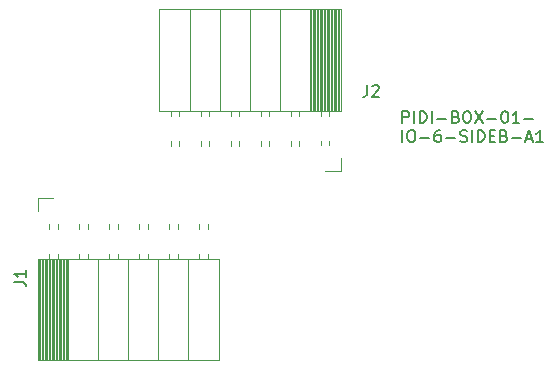
<source format=gbr>
%TF.GenerationSoftware,KiCad,Pcbnew,9.0.6-rc1*%
%TF.CreationDate,2025-10-18T13:39:51+01:00*%
%TF.ProjectId,PIDI-BOX-01-IO-6-SIDEB-A1,50494449-2d42-44f5-982d-30312d494f2d,rev?*%
%TF.SameCoordinates,Original*%
%TF.FileFunction,Legend,Top*%
%TF.FilePolarity,Positive*%
%FSLAX46Y46*%
G04 Gerber Fmt 4.6, Leading zero omitted, Abs format (unit mm)*
G04 Created by KiCad (PCBNEW 9.0.6-rc1) date 2025-10-18 13:39:51*
%MOMM*%
%LPD*%
G01*
G04 APERTURE LIST*
%ADD10C,0.200000*%
%ADD11C,0.150000*%
%ADD12C,0.120000*%
G04 APERTURE END LIST*
D10*
X134227673Y-88528875D02*
X134227673Y-87528875D01*
X134227673Y-87528875D02*
X134608625Y-87528875D01*
X134608625Y-87528875D02*
X134703863Y-87576494D01*
X134703863Y-87576494D02*
X134751482Y-87624113D01*
X134751482Y-87624113D02*
X134799101Y-87719351D01*
X134799101Y-87719351D02*
X134799101Y-87862208D01*
X134799101Y-87862208D02*
X134751482Y-87957446D01*
X134751482Y-87957446D02*
X134703863Y-88005065D01*
X134703863Y-88005065D02*
X134608625Y-88052684D01*
X134608625Y-88052684D02*
X134227673Y-88052684D01*
X135227673Y-88528875D02*
X135227673Y-87528875D01*
X135703863Y-88528875D02*
X135703863Y-87528875D01*
X135703863Y-87528875D02*
X135941958Y-87528875D01*
X135941958Y-87528875D02*
X136084815Y-87576494D01*
X136084815Y-87576494D02*
X136180053Y-87671732D01*
X136180053Y-87671732D02*
X136227672Y-87766970D01*
X136227672Y-87766970D02*
X136275291Y-87957446D01*
X136275291Y-87957446D02*
X136275291Y-88100303D01*
X136275291Y-88100303D02*
X136227672Y-88290779D01*
X136227672Y-88290779D02*
X136180053Y-88386017D01*
X136180053Y-88386017D02*
X136084815Y-88481256D01*
X136084815Y-88481256D02*
X135941958Y-88528875D01*
X135941958Y-88528875D02*
X135703863Y-88528875D01*
X136703863Y-88528875D02*
X136703863Y-87528875D01*
X137180053Y-88147922D02*
X137941958Y-88147922D01*
X138751481Y-88005065D02*
X138894338Y-88052684D01*
X138894338Y-88052684D02*
X138941957Y-88100303D01*
X138941957Y-88100303D02*
X138989576Y-88195541D01*
X138989576Y-88195541D02*
X138989576Y-88338398D01*
X138989576Y-88338398D02*
X138941957Y-88433636D01*
X138941957Y-88433636D02*
X138894338Y-88481256D01*
X138894338Y-88481256D02*
X138799100Y-88528875D01*
X138799100Y-88528875D02*
X138418148Y-88528875D01*
X138418148Y-88528875D02*
X138418148Y-87528875D01*
X138418148Y-87528875D02*
X138751481Y-87528875D01*
X138751481Y-87528875D02*
X138846719Y-87576494D01*
X138846719Y-87576494D02*
X138894338Y-87624113D01*
X138894338Y-87624113D02*
X138941957Y-87719351D01*
X138941957Y-87719351D02*
X138941957Y-87814589D01*
X138941957Y-87814589D02*
X138894338Y-87909827D01*
X138894338Y-87909827D02*
X138846719Y-87957446D01*
X138846719Y-87957446D02*
X138751481Y-88005065D01*
X138751481Y-88005065D02*
X138418148Y-88005065D01*
X139608624Y-87528875D02*
X139799100Y-87528875D01*
X139799100Y-87528875D02*
X139894338Y-87576494D01*
X139894338Y-87576494D02*
X139989576Y-87671732D01*
X139989576Y-87671732D02*
X140037195Y-87862208D01*
X140037195Y-87862208D02*
X140037195Y-88195541D01*
X140037195Y-88195541D02*
X139989576Y-88386017D01*
X139989576Y-88386017D02*
X139894338Y-88481256D01*
X139894338Y-88481256D02*
X139799100Y-88528875D01*
X139799100Y-88528875D02*
X139608624Y-88528875D01*
X139608624Y-88528875D02*
X139513386Y-88481256D01*
X139513386Y-88481256D02*
X139418148Y-88386017D01*
X139418148Y-88386017D02*
X139370529Y-88195541D01*
X139370529Y-88195541D02*
X139370529Y-87862208D01*
X139370529Y-87862208D02*
X139418148Y-87671732D01*
X139418148Y-87671732D02*
X139513386Y-87576494D01*
X139513386Y-87576494D02*
X139608624Y-87528875D01*
X140370529Y-87528875D02*
X141037195Y-88528875D01*
X141037195Y-87528875D02*
X140370529Y-88528875D01*
X141418148Y-88147922D02*
X142180053Y-88147922D01*
X142846719Y-87528875D02*
X142941957Y-87528875D01*
X142941957Y-87528875D02*
X143037195Y-87576494D01*
X143037195Y-87576494D02*
X143084814Y-87624113D01*
X143084814Y-87624113D02*
X143132433Y-87719351D01*
X143132433Y-87719351D02*
X143180052Y-87909827D01*
X143180052Y-87909827D02*
X143180052Y-88147922D01*
X143180052Y-88147922D02*
X143132433Y-88338398D01*
X143132433Y-88338398D02*
X143084814Y-88433636D01*
X143084814Y-88433636D02*
X143037195Y-88481256D01*
X143037195Y-88481256D02*
X142941957Y-88528875D01*
X142941957Y-88528875D02*
X142846719Y-88528875D01*
X142846719Y-88528875D02*
X142751481Y-88481256D01*
X142751481Y-88481256D02*
X142703862Y-88433636D01*
X142703862Y-88433636D02*
X142656243Y-88338398D01*
X142656243Y-88338398D02*
X142608624Y-88147922D01*
X142608624Y-88147922D02*
X142608624Y-87909827D01*
X142608624Y-87909827D02*
X142656243Y-87719351D01*
X142656243Y-87719351D02*
X142703862Y-87624113D01*
X142703862Y-87624113D02*
X142751481Y-87576494D01*
X142751481Y-87576494D02*
X142846719Y-87528875D01*
X144132433Y-88528875D02*
X143561005Y-88528875D01*
X143846719Y-88528875D02*
X143846719Y-87528875D01*
X143846719Y-87528875D02*
X143751481Y-87671732D01*
X143751481Y-87671732D02*
X143656243Y-87766970D01*
X143656243Y-87766970D02*
X143561005Y-87814589D01*
X144561005Y-88147922D02*
X145322910Y-88147922D01*
X134227673Y-90138819D02*
X134227673Y-89138819D01*
X134894339Y-89138819D02*
X135084815Y-89138819D01*
X135084815Y-89138819D02*
X135180053Y-89186438D01*
X135180053Y-89186438D02*
X135275291Y-89281676D01*
X135275291Y-89281676D02*
X135322910Y-89472152D01*
X135322910Y-89472152D02*
X135322910Y-89805485D01*
X135322910Y-89805485D02*
X135275291Y-89995961D01*
X135275291Y-89995961D02*
X135180053Y-90091200D01*
X135180053Y-90091200D02*
X135084815Y-90138819D01*
X135084815Y-90138819D02*
X134894339Y-90138819D01*
X134894339Y-90138819D02*
X134799101Y-90091200D01*
X134799101Y-90091200D02*
X134703863Y-89995961D01*
X134703863Y-89995961D02*
X134656244Y-89805485D01*
X134656244Y-89805485D02*
X134656244Y-89472152D01*
X134656244Y-89472152D02*
X134703863Y-89281676D01*
X134703863Y-89281676D02*
X134799101Y-89186438D01*
X134799101Y-89186438D02*
X134894339Y-89138819D01*
X135751482Y-89757866D02*
X136513387Y-89757866D01*
X137418148Y-89138819D02*
X137227672Y-89138819D01*
X137227672Y-89138819D02*
X137132434Y-89186438D01*
X137132434Y-89186438D02*
X137084815Y-89234057D01*
X137084815Y-89234057D02*
X136989577Y-89376914D01*
X136989577Y-89376914D02*
X136941958Y-89567390D01*
X136941958Y-89567390D02*
X136941958Y-89948342D01*
X136941958Y-89948342D02*
X136989577Y-90043580D01*
X136989577Y-90043580D02*
X137037196Y-90091200D01*
X137037196Y-90091200D02*
X137132434Y-90138819D01*
X137132434Y-90138819D02*
X137322910Y-90138819D01*
X137322910Y-90138819D02*
X137418148Y-90091200D01*
X137418148Y-90091200D02*
X137465767Y-90043580D01*
X137465767Y-90043580D02*
X137513386Y-89948342D01*
X137513386Y-89948342D02*
X137513386Y-89710247D01*
X137513386Y-89710247D02*
X137465767Y-89615009D01*
X137465767Y-89615009D02*
X137418148Y-89567390D01*
X137418148Y-89567390D02*
X137322910Y-89519771D01*
X137322910Y-89519771D02*
X137132434Y-89519771D01*
X137132434Y-89519771D02*
X137037196Y-89567390D01*
X137037196Y-89567390D02*
X136989577Y-89615009D01*
X136989577Y-89615009D02*
X136941958Y-89710247D01*
X137941958Y-89757866D02*
X138703863Y-89757866D01*
X139132434Y-90091200D02*
X139275291Y-90138819D01*
X139275291Y-90138819D02*
X139513386Y-90138819D01*
X139513386Y-90138819D02*
X139608624Y-90091200D01*
X139608624Y-90091200D02*
X139656243Y-90043580D01*
X139656243Y-90043580D02*
X139703862Y-89948342D01*
X139703862Y-89948342D02*
X139703862Y-89853104D01*
X139703862Y-89853104D02*
X139656243Y-89757866D01*
X139656243Y-89757866D02*
X139608624Y-89710247D01*
X139608624Y-89710247D02*
X139513386Y-89662628D01*
X139513386Y-89662628D02*
X139322910Y-89615009D01*
X139322910Y-89615009D02*
X139227672Y-89567390D01*
X139227672Y-89567390D02*
X139180053Y-89519771D01*
X139180053Y-89519771D02*
X139132434Y-89424533D01*
X139132434Y-89424533D02*
X139132434Y-89329295D01*
X139132434Y-89329295D02*
X139180053Y-89234057D01*
X139180053Y-89234057D02*
X139227672Y-89186438D01*
X139227672Y-89186438D02*
X139322910Y-89138819D01*
X139322910Y-89138819D02*
X139561005Y-89138819D01*
X139561005Y-89138819D02*
X139703862Y-89186438D01*
X140132434Y-90138819D02*
X140132434Y-89138819D01*
X140608624Y-90138819D02*
X140608624Y-89138819D01*
X140608624Y-89138819D02*
X140846719Y-89138819D01*
X140846719Y-89138819D02*
X140989576Y-89186438D01*
X140989576Y-89186438D02*
X141084814Y-89281676D01*
X141084814Y-89281676D02*
X141132433Y-89376914D01*
X141132433Y-89376914D02*
X141180052Y-89567390D01*
X141180052Y-89567390D02*
X141180052Y-89710247D01*
X141180052Y-89710247D02*
X141132433Y-89900723D01*
X141132433Y-89900723D02*
X141084814Y-89995961D01*
X141084814Y-89995961D02*
X140989576Y-90091200D01*
X140989576Y-90091200D02*
X140846719Y-90138819D01*
X140846719Y-90138819D02*
X140608624Y-90138819D01*
X141608624Y-89615009D02*
X141941957Y-89615009D01*
X142084814Y-90138819D02*
X141608624Y-90138819D01*
X141608624Y-90138819D02*
X141608624Y-89138819D01*
X141608624Y-89138819D02*
X142084814Y-89138819D01*
X142846719Y-89615009D02*
X142989576Y-89662628D01*
X142989576Y-89662628D02*
X143037195Y-89710247D01*
X143037195Y-89710247D02*
X143084814Y-89805485D01*
X143084814Y-89805485D02*
X143084814Y-89948342D01*
X143084814Y-89948342D02*
X143037195Y-90043580D01*
X143037195Y-90043580D02*
X142989576Y-90091200D01*
X142989576Y-90091200D02*
X142894338Y-90138819D01*
X142894338Y-90138819D02*
X142513386Y-90138819D01*
X142513386Y-90138819D02*
X142513386Y-89138819D01*
X142513386Y-89138819D02*
X142846719Y-89138819D01*
X142846719Y-89138819D02*
X142941957Y-89186438D01*
X142941957Y-89186438D02*
X142989576Y-89234057D01*
X142989576Y-89234057D02*
X143037195Y-89329295D01*
X143037195Y-89329295D02*
X143037195Y-89424533D01*
X143037195Y-89424533D02*
X142989576Y-89519771D01*
X142989576Y-89519771D02*
X142941957Y-89567390D01*
X142941957Y-89567390D02*
X142846719Y-89615009D01*
X142846719Y-89615009D02*
X142513386Y-89615009D01*
X143513386Y-89757866D02*
X144275291Y-89757866D01*
X144703862Y-89853104D02*
X145180052Y-89853104D01*
X144608624Y-90138819D02*
X144941957Y-89138819D01*
X144941957Y-89138819D02*
X145275290Y-90138819D01*
X146132433Y-90138819D02*
X145561005Y-90138819D01*
X145846719Y-90138819D02*
X145846719Y-89138819D01*
X145846719Y-89138819D02*
X145751481Y-89281676D01*
X145751481Y-89281676D02*
X145656243Y-89376914D01*
X145656243Y-89376914D02*
X145561005Y-89424533D01*
D11*
X101357819Y-101983333D02*
X102072104Y-101983333D01*
X102072104Y-101983333D02*
X102214961Y-102030952D01*
X102214961Y-102030952D02*
X102310200Y-102126190D01*
X102310200Y-102126190D02*
X102357819Y-102269047D01*
X102357819Y-102269047D02*
X102357819Y-102364285D01*
X102357819Y-100983333D02*
X102357819Y-101554761D01*
X102357819Y-101269047D02*
X101357819Y-101269047D01*
X101357819Y-101269047D02*
X101500676Y-101364285D01*
X101500676Y-101364285D02*
X101595914Y-101459523D01*
X101595914Y-101459523D02*
X101643533Y-101554761D01*
X131238666Y-85304819D02*
X131238666Y-86019104D01*
X131238666Y-86019104D02*
X131191047Y-86161961D01*
X131191047Y-86161961D02*
X131095809Y-86257200D01*
X131095809Y-86257200D02*
X130952952Y-86304819D01*
X130952952Y-86304819D02*
X130857714Y-86304819D01*
X131667238Y-85400057D02*
X131714857Y-85352438D01*
X131714857Y-85352438D02*
X131810095Y-85304819D01*
X131810095Y-85304819D02*
X132048190Y-85304819D01*
X132048190Y-85304819D02*
X132143428Y-85352438D01*
X132143428Y-85352438D02*
X132191047Y-85400057D01*
X132191047Y-85400057D02*
X132238666Y-85495295D01*
X132238666Y-85495295D02*
X132238666Y-85590533D01*
X132238666Y-85590533D02*
X132191047Y-85733390D01*
X132191047Y-85733390D02*
X131619619Y-86304819D01*
X131619619Y-86304819D02*
X132238666Y-86304819D01*
D12*
%TO.C,J1*%
X118703000Y-108630000D02*
X118703000Y-100000000D01*
X117733000Y-100000000D02*
X117733000Y-99590000D01*
X117733000Y-97490000D02*
X117733000Y-97050000D01*
X117013000Y-100000000D02*
X117013000Y-99590000D01*
X117013000Y-97490000D02*
X117013000Y-97050000D01*
X116103000Y-108630000D02*
X116103000Y-100000000D01*
X115193000Y-100000000D02*
X115193000Y-99590000D01*
X115193000Y-97490000D02*
X115193000Y-97050000D01*
X114473000Y-100000000D02*
X114473000Y-99590000D01*
X114473000Y-97490000D02*
X114473000Y-97050000D01*
X113563000Y-108630000D02*
X113563000Y-100000000D01*
X112653000Y-100000000D02*
X112653000Y-99590000D01*
X112653000Y-97490000D02*
X112653000Y-97050000D01*
X111933000Y-100000000D02*
X111933000Y-99590000D01*
X111933000Y-97490000D02*
X111933000Y-97050000D01*
X111023000Y-108630000D02*
X111023000Y-100000000D01*
X110113000Y-100000000D02*
X110113000Y-99590000D01*
X110113000Y-97490000D02*
X110113000Y-97050000D01*
X109393000Y-100000000D02*
X109393000Y-99590000D01*
X109393000Y-97490000D02*
X109393000Y-97050000D01*
X108483000Y-108630000D02*
X108483000Y-100000000D01*
X107573000Y-100000000D02*
X107573000Y-99590000D01*
X107573000Y-97490000D02*
X107573000Y-97050000D01*
X106853000Y-100000000D02*
X106853000Y-99590000D01*
X106853000Y-97490000D02*
X106853000Y-97050000D01*
X105943000Y-108630000D02*
X105943000Y-100000000D01*
X105824900Y-108630000D02*
X105824900Y-100000000D01*
X105706805Y-108630000D02*
X105706805Y-100000000D01*
X105588710Y-108630000D02*
X105588710Y-100000000D01*
X105470615Y-108630000D02*
X105470615Y-100000000D01*
X105352520Y-108630000D02*
X105352520Y-100000000D01*
X105234425Y-108630000D02*
X105234425Y-100000000D01*
X105116330Y-108630000D02*
X105116330Y-100000000D01*
X105033000Y-100000000D02*
X105033000Y-99590000D01*
X105033000Y-97490000D02*
X105033000Y-97110000D01*
X104998235Y-108630000D02*
X104998235Y-100000000D01*
X104880140Y-108630000D02*
X104880140Y-100000000D01*
X104762045Y-108630000D02*
X104762045Y-100000000D01*
X104643950Y-108630000D02*
X104643950Y-100000000D01*
X104525855Y-108630000D02*
X104525855Y-100000000D01*
X104407760Y-108630000D02*
X104407760Y-100000000D01*
X104313000Y-100000000D02*
X104313000Y-99590000D01*
X104313000Y-97490000D02*
X104313000Y-97110000D01*
X104289665Y-108630000D02*
X104289665Y-100000000D01*
X104171570Y-108630000D02*
X104171570Y-100000000D01*
X104053475Y-108630000D02*
X104053475Y-100000000D01*
X103935380Y-108630000D02*
X103935380Y-100000000D01*
X103817285Y-108630000D02*
X103817285Y-100000000D01*
X103699190Y-108630000D02*
X103699190Y-100000000D01*
X103581095Y-108630000D02*
X103581095Y-100000000D01*
X103463000Y-108630000D02*
X103463000Y-100000000D01*
X103343000Y-108630000D02*
X118703000Y-108630000D01*
X103343000Y-108630000D02*
X103343000Y-100000000D01*
X103343000Y-100000000D02*
X118703000Y-100000000D01*
X103343000Y-96000000D02*
X103343000Y-94890000D01*
X103343000Y-94890000D02*
X104673000Y-94890000D01*
%TO.C,J2*%
X113630400Y-78870000D02*
X113630400Y-87500000D01*
X114600400Y-87500000D02*
X114600400Y-87910000D01*
X114600400Y-90010000D02*
X114600400Y-90450000D01*
X115320400Y-87500000D02*
X115320400Y-87910000D01*
X115320400Y-90010000D02*
X115320400Y-90450000D01*
X116230400Y-78870000D02*
X116230400Y-87500000D01*
X117140400Y-87500000D02*
X117140400Y-87910000D01*
X117140400Y-90010000D02*
X117140400Y-90450000D01*
X117860400Y-87500000D02*
X117860400Y-87910000D01*
X117860400Y-90010000D02*
X117860400Y-90450000D01*
X118770400Y-78870000D02*
X118770400Y-87500000D01*
X119680400Y-87500000D02*
X119680400Y-87910000D01*
X119680400Y-90010000D02*
X119680400Y-90450000D01*
X120400400Y-87500000D02*
X120400400Y-87910000D01*
X120400400Y-90010000D02*
X120400400Y-90450000D01*
X121310400Y-78870000D02*
X121310400Y-87500000D01*
X122220400Y-87500000D02*
X122220400Y-87910000D01*
X122220400Y-90010000D02*
X122220400Y-90450000D01*
X122940400Y-87500000D02*
X122940400Y-87910000D01*
X122940400Y-90010000D02*
X122940400Y-90450000D01*
X123850400Y-78870000D02*
X123850400Y-87500000D01*
X124760400Y-87500000D02*
X124760400Y-87910000D01*
X124760400Y-90010000D02*
X124760400Y-90450000D01*
X125480400Y-87500000D02*
X125480400Y-87910000D01*
X125480400Y-90010000D02*
X125480400Y-90450000D01*
X126390400Y-78870000D02*
X126390400Y-87500000D01*
X126508500Y-78870000D02*
X126508500Y-87500000D01*
X126626595Y-78870000D02*
X126626595Y-87500000D01*
X126744690Y-78870000D02*
X126744690Y-87500000D01*
X126862785Y-78870000D02*
X126862785Y-87500000D01*
X126980880Y-78870000D02*
X126980880Y-87500000D01*
X127098975Y-78870000D02*
X127098975Y-87500000D01*
X127217070Y-78870000D02*
X127217070Y-87500000D01*
X127300400Y-87500000D02*
X127300400Y-87910000D01*
X127300400Y-90010000D02*
X127300400Y-90390000D01*
X127335165Y-78870000D02*
X127335165Y-87500000D01*
X127453260Y-78870000D02*
X127453260Y-87500000D01*
X127571355Y-78870000D02*
X127571355Y-87500000D01*
X127689450Y-78870000D02*
X127689450Y-87500000D01*
X127807545Y-78870000D02*
X127807545Y-87500000D01*
X127925640Y-78870000D02*
X127925640Y-87500000D01*
X128020400Y-87500000D02*
X128020400Y-87910000D01*
X128020400Y-90010000D02*
X128020400Y-90390000D01*
X128043735Y-78870000D02*
X128043735Y-87500000D01*
X128161830Y-78870000D02*
X128161830Y-87500000D01*
X128279925Y-78870000D02*
X128279925Y-87500000D01*
X128398020Y-78870000D02*
X128398020Y-87500000D01*
X128516115Y-78870000D02*
X128516115Y-87500000D01*
X128634210Y-78870000D02*
X128634210Y-87500000D01*
X128752305Y-78870000D02*
X128752305Y-87500000D01*
X128870400Y-78870000D02*
X128870400Y-87500000D01*
X128990400Y-78870000D02*
X113630400Y-78870000D01*
X128990400Y-78870000D02*
X128990400Y-87500000D01*
X128990400Y-87500000D02*
X113630400Y-87500000D01*
X128990400Y-91500000D02*
X128990400Y-92610000D01*
X128990400Y-92610000D02*
X127660400Y-92610000D01*
%TD*%
M02*

</source>
